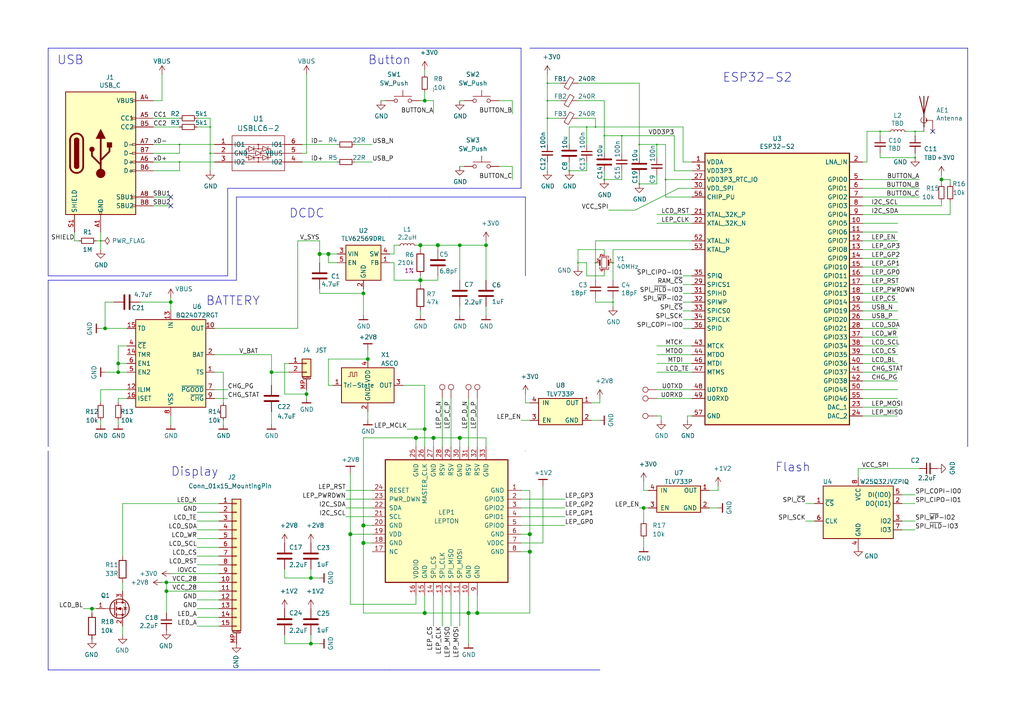
<source format=kicad_sch>
(kicad_sch (version 20230121) (generator eeschema)
  (paper "A4")
  (title_block (title "ESP32s2 Thermal Cam") (date "2020-12-29") (rev "r0.1") (company "GsD - @gregdavill"))
  (bus_alias "GPDI" (members "CK_N" "CK_P" "D0_N" "D0_P" "D1_N" "D1_P" "D2_N" "D2_P"))
  (junction (at 105.41 85.09) (diameter 0.9144))
  (junction (at 153.67 160.02) (diameter 1.016))
  (junction (at 185.42 53.34) (diameter 0.3048))
  (junction (at 133.35 127) (diameter 1.016))
  (junction (at 185.42 41.91) (diameter 0.3048))
  (junction (at 177.8 87.63) (diameter 0.3048))
  (junction (at 265.43 38.1) (diameter 0.3048))
  (junction (at 135.89 177.8) (diameter 1.016))
  (junction (at 121.92 71.12) (diameter 1))
  (junction (at 138.43 177.8) (diameter 1.016))
  (junction (at 48.26 171.45) (diameter 0.9144))
  (junction (at 60.96 36.83) (diameter 0.3048))
  (junction (at 34.29 107.95) (diameter 0.9144))
  (junction (at 167.64 76.2) (diameter 0.3048))
  (junction (at 52.07 46.99) (diameter 0.3048))
  (junction (at 172.72 36.83) (diameter 0.3048))
  (junction (at 120.65 127) (diameter 1.016))
  (junction (at 123.19 124.46) (diameter 0.9144))
  (junction (at 153.67 154.94) (diameter 1.016))
  (junction (at 105.41 152.4) (diameter 1.016))
  (junction (at 48.26 168.91) (diameter 0.9144))
  (junction (at 106.68 104.14) (diameter 0.9144))
  (junction (at 90.17 167.64) (diameter 0.9144))
  (junction (at 172.72 76.2) (diameter 0.3048))
  (junction (at 273.05 52.07) (diameter 0.9144))
  (junction (at 158.75 29.21) (diameter 0.3048))
  (junction (at 158.75 24.13) (diameter 0.3048))
  (junction (at 34.29 105.41) (diameter 0.9144))
  (junction (at 175.26 39.37) (diameter 0.3048))
  (junction (at 140.97 71.12) (diameter 0.9144))
  (junction (at 186.69 147.32) (diameter 0.9144))
  (junction (at 78.74 107.95) (diameter 0.9144))
  (junction (at 52.07 41.91) (diameter 0.3048))
  (junction (at 121.92 81.28) (diameter 1.016))
  (junction (at 177.8 76.2) (diameter 0.3048))
  (junction (at 123.19 177.8) (diameter 1.016))
  (junction (at 190.5 41.91) (diameter 0.3048))
  (junction (at 175.26 52.07) (diameter 0.3048))
  (junction (at 170.18 36.83) (diameter 0.3048))
  (junction (at 255.27 38.1) (diameter 0.3048))
  (junction (at 101.6 154.94) (diameter 1.016))
  (junction (at 105.41 157.48) (diameter 1.016))
  (junction (at 165.1 49.53) (diameter 0.3048))
  (junction (at 158.75 34.29) (diameter 0.3048))
  (junction (at 26.67 176.53) (diameter 0.9144))
  (junction (at 49.53 87.63) (diameter 0.9144))
  (junction (at 88.9 114.3) (diameter 0.9144))
  (junction (at 133.35 71.12) (diameter 0.9144))
  (junction (at 90.17 186.69) (diameter 0.9144))
  (junction (at 60.96 44.45) (diameter 0.3048))
  (junction (at 193.04 52.07) (diameter 0.3048))
  (junction (at 29.21 69.85) (diameter 0.3048))
  (junction (at 92.71 73.66) (diameter 1.016))
  (junction (at 180.34 39.37) (diameter 0.3048))
  (junction (at 30.48 95.25) (diameter 0.9144))
  (junction (at 123.19 29.21) (diameter 0.9144))
  (junction (at 265.43 45.72) (diameter 0.3048))
  (junction (at 125.73 127) (diameter 1.016))
  (junction (at 95.25 73.66) (diameter 1.016))
  (junction (at 127 71.12) (diameter 1))
  (no_connect (at 49.53 59.69))
  (no_connect (at 49.53 57.15))
  (no_connect (at 270.51 38.1))
  (wire (pts (xy 62.23 115.57) (xy 66.04 115.57)))
  (wire (pts (xy 248.92 135.89) (xy 248.92 138.43)))
  (wire (pts (xy 261.62 143.51) (xy 265.43 143.51)))
  (wire (pts (xy 250.19 85.09) (xy 260.35 85.09)))
  (wire (pts (xy 90.17 165.1) (xy 90.17 167.64)))
  (wire (pts (xy 255.27 45.72) (xy 265.43 45.72)))
  (wire (pts (xy 177.8 87.63) (xy 177.8 86.36)))
  (polyline (pts (xy 113.03 57.15) (xy 68.58 57.15)) (stroke (width 0) (type solid)))
  (wire (pts (xy 273.05 52.07) (xy 275.59 52.07)))
  (wire (pts (xy 193.04 57.15) (xy 200.66 57.15)))
  (wire (pts (xy 158.75 24.13) (xy 158.75 29.21)))
  (wire (pts (xy 198.12 46.99) (xy 198.12 36.83)))
  (wire (pts (xy 190.5 115.57) (xy 200.66 115.57)))
  (wire (pts (xy 140.97 129.54) (xy 140.97 127)))
  (wire (pts (xy 250.19 82.55) (xy 260.35 82.55)))
  (wire (pts (xy 123.19 111.76) (xy 116.84 111.76)))
  (wire (pts (xy 158.75 21.59) (xy 158.75 24.13)))
  (wire (pts (xy 127 71.12) (xy 133.35 71.12)))
  (wire (pts (xy 29.21 121.92) (xy 29.21 123.19)))
  (wire (pts (xy 57.15 176.53) (xy 63.5 176.53)))
  (wire (pts (xy 26.67 176.53) (xy 27.94 176.53)))
  (wire (pts (xy 250.19 95.25) (xy 260.35 95.25)))
  (wire (pts (xy 120.65 172.72) (xy 120.65 175.26)))
  (wire (pts (xy 185.42 45.72) (xy 185.42 41.91)))
  (wire (pts (xy 100.33 147.32) (xy 107.95 147.32)))
  (wire (pts (xy 111.76 29.21) (xy 110.49 29.21)))
  (wire (pts (xy 114.3 81.28) (xy 114.3 76.2)))
  (wire (pts (xy 151.13 149.86) (xy 163.83 149.86)))
  (wire (pts (xy 107.95 152.4) (xy 105.41 152.4)))
  (wire (pts (xy 57.15 36.83) (xy 60.96 36.83)))
  (wire (pts (xy 250.19 102.87) (xy 260.35 102.87)))
  (wire (pts (xy 95.25 73.66) (xy 97.79 73.66)))
  (wire (pts (xy 167.64 34.29) (xy 172.72 34.29)))
  (wire (pts (xy 138.43 177.8) (xy 135.89 177.8)))
  (wire (pts (xy 205.74 147.32) (xy 208.28 147.32)))
  (wire (pts (xy 121.92 81.28) (xy 114.3 81.28)))
  (wire (pts (xy 193.04 41.91) (xy 190.5 41.91)))
  (wire (pts (xy 34.29 105.41) (xy 34.29 107.95)))
  (wire (pts (xy 121.92 90.17) (xy 121.92 91.44)))
  (wire (pts (xy 248.92 135.89) (xy 266.7 135.89)))
  (wire (pts (xy 82.55 165.1) (xy 82.55 167.64)))
  (wire (pts (xy 128.27 115.57) (xy 128.27 129.54)))
  (wire (pts (xy 170.18 46.99) (xy 170.18 49.53)))
  (wire (pts (xy 140.97 71.12) (xy 140.97 81.28)))
  (wire (pts (xy 172.72 34.29) (xy 172.72 36.83)))
  (wire (pts (xy 83.82 107.95) (xy 78.74 107.95)))
  (wire (pts (xy 125.73 172.72) (xy 125.73 181.61)))
  (wire (pts (xy 200.66 64.77) (xy 190.5 64.77)))
  (wire (pts (xy 120.65 127) (xy 125.73 127)))
  (polyline (pts (xy 13.97 81.28) (xy 13.97 129.54)) (stroke (width 0) (type solid)))
  (wire (pts (xy 123.19 26.67) (xy 123.19 29.21)))
  (wire (pts (xy 250.19 110.49) (xy 260.35 110.49)))
  (wire (pts (xy 34.29 121.92) (xy 34.29 123.19)))
  (wire (pts (xy 250.19 87.63) (xy 260.35 87.63)))
  (wire (pts (xy 175.26 44.45) (xy 175.26 39.37)))
  (wire (pts (xy 250.19 57.15) (xy 266.7 57.15)))
  (wire (pts (xy 144.78 48.26) (xy 148.59 48.26)))
  (wire (pts (xy 78.74 119.38) (xy 78.74 123.19)))
  (wire (pts (xy 170.18 36.83) (xy 170.18 41.91)))
  (wire (pts (xy 46.99 29.21) (xy 46.99 21.59)))
  (wire (pts (xy 185.42 24.13) (xy 185.42 41.91)))
  (wire (pts (xy 165.1 49.53) (xy 170.18 49.53)))
  (wire (pts (xy 250.19 113.03) (xy 260.35 113.03)))
  (polyline (pts (xy 113.03 194.31) (xy 173.99 194.31)) (stroke (width 0) (type solid)))
  (wire (pts (xy 105.41 83.82) (xy 105.41 85.09)))
  (wire (pts (xy 92.71 69.85) (xy 92.71 73.66)))
  (wire (pts (xy 250.19 118.11) (xy 260.35 118.11)))
  (wire (pts (xy 29.21 113.03) (xy 29.21 116.84)))
  (wire (pts (xy 251.46 46.99) (xy 251.46 38.1)))
  (wire (pts (xy 92.71 85.09) (xy 105.41 85.09)))
  (wire (pts (xy 60.96 36.83) (xy 60.96 44.45)))
  (wire (pts (xy 193.04 52.07) (xy 193.04 41.91)))
  (wire (pts (xy 107.95 157.48) (xy 105.41 157.48)))
  (polyline (pts (xy 152.4 130.81) (xy 152.4 130.81)) (stroke (width 0) (type solid)))
  (wire (pts (xy 148.59 48.26) (xy 148.59 52.07)))
  (polyline (pts (xy 13.97 80.01) (xy 13.97 13.97)) (stroke (width 0) (type solid)))
  (wire (pts (xy 138.43 172.72) (xy 138.43 177.8)))
  (wire (pts (xy 190.5 50.8) (xy 190.5 53.34)))
  (wire (pts (xy 120.65 175.26) (xy 101.6 175.26)))
  (wire (pts (xy 78.74 107.95) (xy 78.74 102.87)))
  (wire (pts (xy 102.87 41.91) (xy 107.95 41.91)))
  (wire (pts (xy 151.13 157.48) (xy 157.48 157.48)))
  (wire (pts (xy 92.71 73.66) (xy 95.25 73.66)))
  (wire (pts (xy 138.43 115.57) (xy 138.43 129.54)))
  (polyline (pts (xy 280.67 13.97) (xy 280.67 129.54)) (stroke (width 0) (type solid)))
  (wire (pts (xy 158.75 29.21) (xy 162.56 29.21)))
  (wire (pts (xy 90.17 167.64) (xy 92.71 167.64)))
  (wire (pts (xy 88.9 115.57) (xy 88.9 114.3)))
  (wire (pts (xy 30.48 87.63) (xy 30.48 95.25)))
  (wire (pts (xy 90.17 186.69) (xy 92.71 186.69)))
  (wire (pts (xy 167.64 72.39) (xy 175.26 72.39)))
  (wire (pts (xy 87.63 46.99) (xy 97.79 46.99)))
  (wire (pts (xy 190.5 113.03) (xy 200.66 113.03)))
  (wire (pts (xy 106.68 119.38) (xy 106.68 121.92)))
  (wire (pts (xy 233.68 151.13) (xy 236.22 151.13)))
  (wire (pts (xy 186.69 139.7) (xy 186.69 142.24)))
  (wire (pts (xy 177.8 87.63) (xy 177.8 88.9)))
  (wire (pts (xy 127 80.01) (xy 127 81.28)))
  (wire (pts (xy 127 71.12) (xy 127 72.39)))
  (wire (pts (xy 167.64 77.47) (xy 167.64 76.2)))
  (wire (pts (xy 275.59 58.42) (xy 275.59 62.23)))
  (wire (pts (xy 30.48 95.25) (xy 36.83 95.25)))
  (wire (pts (xy 140.97 127) (xy 133.35 127)))
  (wire (pts (xy 96.52 111.76) (xy 95.25 111.76)))
  (wire (pts (xy 40.64 87.63) (xy 49.53 87.63)))
  (wire (pts (xy 120.65 71.12) (xy 121.92 71.12)))
  (wire (pts (xy 36.83 100.33) (xy 34.29 100.33)))
  (wire (pts (xy 195.58 49.53) (xy 195.58 39.37)))
  (wire (pts (xy 157.48 157.48) (xy 157.48 140.97)))
  (wire (pts (xy 186.69 147.32) (xy 187.96 147.32)))
  (wire (pts (xy 190.5 41.91) (xy 190.5 45.72)))
  (wire (pts (xy 190.5 102.87) (xy 200.66 102.87)))
  (wire (pts (xy 205.74 142.24) (xy 208.28 142.24)))
  (wire (pts (xy 273.05 50.8) (xy 273.05 52.07)))
  (wire (pts (xy 250.19 72.39) (xy 260.35 72.39)))
  (wire (pts (xy 167.64 29.21) (xy 175.26 29.21)))
  (wire (pts (xy 199.39 121.92) (xy 199.39 120.65)))
  (wire (pts (xy 135.89 172.72) (xy 135.89 177.8)))
  (wire (pts (xy 170.18 80.01) (xy 170.18 76.2)))
  (wire (pts (xy 33.02 87.63) (xy 30.48 87.63)))
  (wire (pts (xy 57.15 163.83) (xy 63.5 163.83)))
  (polyline (pts (xy 113.03 194.31) (xy 13.97 194.31)) (stroke (width 0) (type solid)))
  (wire (pts (xy 52.07 49.53) (xy 52.07 46.99)))
  (wire (pts (xy 167.64 76.2) (xy 167.64 72.39)))
  (wire (pts (xy 44.45 34.29) (xy 52.07 34.29)))
  (wire (pts (xy 195.58 39.37) (xy 180.34 39.37)))
  (wire (pts (xy 92.71 73.66) (xy 92.71 76.2)))
  (wire (pts (xy 255.27 39.37) (xy 255.27 38.1)))
  (wire (pts (xy 144.78 29.21) (xy 148.59 29.21)))
  (wire (pts (xy 200.66 90.17) (xy 198.12 90.17)))
  (wire (pts (xy 172.72 86.36) (xy 172.72 87.63)))
  (wire (pts (xy 88.9 44.45) (xy 88.9 21.59)))
  (wire (pts (xy 152.4 114.3) (xy 152.4 116.84)))
  (wire (pts (xy 52.07 41.91) (xy 62.23 41.91)))
  (wire (pts (xy 200.66 62.23) (xy 190.5 62.23)))
  (wire (pts (xy 49.53 86.36) (xy 49.53 87.63)))
  (wire (pts (xy 176.53 60.96) (xy 184.15 60.96)))
  (wire (pts (xy 250.19 46.99) (xy 251.46 46.99)))
  (wire (pts (xy 35.56 161.29) (xy 35.56 146.05)))
  (wire (pts (xy 172.72 87.63) (xy 177.8 87.63)))
  (wire (pts (xy 250.19 92.71) (xy 260.35 92.71)))
  (wire (pts (xy 158.75 24.13) (xy 162.56 24.13)))
  (polyline (pts (xy 66.04 54.61) (xy 66.04 80.01)) (stroke (width 0) (type solid)))
  (wire (pts (xy 170.18 36.83) (xy 172.72 36.83)))
  (wire (pts (xy 101.6 154.94) (xy 101.6 137.16)))
  (wire (pts (xy 60.96 34.29) (xy 60.96 36.83)))
  (wire (pts (xy 191.77 120.65) (xy 191.77 121.92)))
  (wire (pts (xy 87.63 44.45) (xy 88.9 44.45)))
  (wire (pts (xy 177.8 72.39) (xy 177.8 76.2)))
  (wire (pts (xy 199.39 120.65) (xy 200.66 120.65)))
  (wire (pts (xy 250.19 80.01) (xy 260.35 80.01)))
  (wire (pts (xy 193.04 57.15) (xy 193.04 52.07)))
  (wire (pts (xy 184.15 60.96) (xy 196.85 54.61)))
  (wire (pts (xy 44.45 44.45) (xy 52.07 44.45)))
  (wire (pts (xy 92.71 83.82) (xy 92.71 85.09)))
  (wire (pts (xy 27.94 69.85) (xy 29.21 69.85)))
  (wire (pts (xy 123.19 177.8) (xy 123.19 172.72)))
  (wire (pts (xy 265.43 38.1) (xy 267.97 38.1)))
  (wire (pts (xy 153.67 154.94) (xy 153.67 160.02)))
  (wire (pts (xy 44.45 57.15) (xy 49.53 57.15)))
  (wire (pts (xy 175.26 72.39) (xy 175.26 73.66)))
  (wire (pts (xy 34.29 107.95) (xy 36.83 107.95)))
  (wire (pts (xy 121.92 71.12) (xy 121.92 72.39)))
  (wire (pts (xy 62.23 113.03) (xy 66.04 113.03)))
  (wire (pts (xy 255.27 38.1) (xy 257.81 38.1)))
  (wire (pts (xy 90.17 184.15) (xy 90.17 186.69)))
  (wire (pts (xy 250.19 100.33) (xy 260.35 100.33)))
  (wire (pts (xy 123.19 124.46) (xy 123.19 111.76)))
  (wire (pts (xy 250.19 52.07) (xy 266.7 52.07)))
  (wire (pts (xy 133.35 71.12) (xy 140.97 71.12)))
  (wire (pts (xy 62.23 102.87) (xy 78.74 102.87)))
  (wire (pts (xy 57.15 173.99) (xy 63.5 173.99)))
  (wire (pts (xy 250.19 67.31) (xy 260.35 67.31)))
  (wire (pts (xy 151.13 121.92) (xy 153.67 121.92)))
  (wire (pts (xy 200.66 82.55) (xy 198.12 82.55)))
  (wire (pts (xy 250.19 97.79) (xy 260.35 97.79)))
  (wire (pts (xy 57.15 179.07) (xy 63.5 179.07)))
  (wire (pts (xy 82.55 105.41) (xy 82.55 114.3)))
  (wire (pts (xy 57.15 156.21) (xy 63.5 156.21)))
  (wire (pts (xy 200.66 95.25) (xy 198.12 95.25)))
  (wire (pts (xy 44.45 29.21) (xy 46.99 29.21)))
  (wire (pts (xy 175.26 29.21) (xy 175.26 39.37)))
  (wire (pts (xy 165.1 41.91) (xy 165.1 36.83)))
  (wire (pts (xy 172.72 69.85) (xy 200.66 69.85)))
  (wire (pts (xy 200.66 85.09) (xy 198.12 85.09)))
  (wire (pts (xy 251.46 38.1) (xy 255.27 38.1)))
  (wire (pts (xy 250.19 105.41) (xy 260.35 105.41)))
  (wire (pts (xy 52.07 46.99) (xy 62.23 46.99)))
  (wire (pts (xy 125.73 129.54) (xy 125.73 127)))
  (wire (pts (xy 172.72 81.28) (xy 172.72 76.2)))
  (wire (pts (xy 44.45 41.91) (xy 52.07 41.91)))
  (wire (pts (xy 125.73 127) (xy 133.35 127)))
  (polyline (pts (xy 13.97 81.28) (xy 68.58 81.28)) (stroke (width 0) (type solid)))
  (wire (pts (xy 265.43 44.45) (xy 265.43 45.72)))
  (wire (pts (xy 190.5 120.65) (xy 191.77 120.65)))
  (polyline (pts (xy 153.67 13.97) (xy 280.67 13.97)) (stroke (width 0) (type solid)))
  (wire (pts (xy 180.34 39.37) (xy 180.34 44.45)))
  (wire (pts (xy 170.18 76.2) (xy 167.64 76.2)))
  (wire (pts (xy 153.67 177.8) (xy 138.43 177.8)))
  (wire (pts (xy 250.19 90.17) (xy 260.35 90.17)))
  (wire (pts (xy 49.53 87.63) (xy 49.53 90.17)))
  (wire (pts (xy 82.55 167.64) (xy 90.17 167.64)))
  (wire (pts (xy 250.19 59.69) (xy 273.05 59.69)))
  (wire (pts (xy 57.15 153.67) (xy 63.5 153.67)))
  (wire (pts (xy 265.43 38.1) (xy 265.43 39.37)))
  (wire (pts (xy 100.33 144.78) (xy 107.95 144.78)))
  (wire (pts (xy 177.8 81.28) (xy 177.8 76.2)))
  (wire (pts (xy 114.3 76.2) (xy 113.03 76.2)))
  (wire (pts (xy 158.75 34.29) (xy 162.56 34.29)))
  (wire (pts (xy 250.19 77.47) (xy 260.35 77.47)))
  (wire (pts (xy 186.69 147.32) (xy 186.69 151.13)))
  (polyline (pts (xy 68.58 81.28) (xy 68.58 57.15)) (stroke (width 0) (type solid)))
  (wire (pts (xy 57.15 148.59) (xy 63.5 148.59)))
  (wire (pts (xy 86.36 69.85) (xy 86.36 95.25)))
  (wire (pts (xy 190.5 105.41) (xy 200.66 105.41)))
  (wire (pts (xy 95.25 104.14) (xy 106.68 104.14)))
  (wire (pts (xy 105.41 152.4) (xy 105.41 127)))
  (wire (pts (xy 175.26 52.07) (xy 180.34 52.07)))
  (wire (pts (xy 130.81 115.57) (xy 130.81 129.54)))
  (wire (pts (xy 48.26 171.45) (xy 48.26 177.8)))
  (wire (pts (xy 175.26 80.01) (xy 170.18 80.01)))
  (wire (pts (xy 130.81 172.72) (xy 130.81 181.61)))
  (wire (pts (xy 82.55 184.15) (xy 82.55 186.69)))
  (wire (pts (xy 133.35 88.9) (xy 133.35 91.44)))
  (polyline (pts (xy 13.97 13.97) (xy 151.13 13.97)) (stroke (width 0) (type solid)))
  (wire (pts (xy 105.41 152.4) (xy 105.41 157.48)))
  (wire (pts (xy 57.15 161.29) (xy 63.5 161.29)))
  (wire (pts (xy 151.13 144.78) (xy 163.83 144.78)))
  (wire (pts (xy 123.19 129.54) (xy 123.19 124.46)))
  (wire (pts (xy 35.56 168.91) (xy 35.56 171.45)))
  (wire (pts (xy 128.27 172.72) (xy 128.27 181.61)))
  (wire (pts (xy 114.3 71.12) (xy 114.3 73.66)))
  (wire (pts (xy 86.36 69.85) (xy 92.71 69.85)))
  (wire (pts (xy 36.83 105.41) (xy 34.29 105.41)))
  (wire (pts (xy 175.26 78.74) (xy 175.26 80.01)))
  (wire (pts (xy 101.6 175.26) (xy 101.6 154.94)))
  (wire (pts (xy 135.89 115.57) (xy 135.89 129.54)))
  (wire (pts (xy 36.83 113.03) (xy 29.21 113.03)))
  (wire (pts (xy 57.15 158.75) (xy 63.5 158.75)))
  (wire (pts (xy 24.13 176.53) (xy 26.67 176.53)))
  (wire (pts (xy 261.62 153.67) (xy 265.43 153.67)))
  (wire (pts (xy 261.62 151.13) (xy 265.43 151.13)))
  (wire (pts (xy 190.5 107.95) (xy 200.66 107.95)))
  (wire (pts (xy 148.59 29.21) (xy 148.59 33.02)))
  (wire (pts (xy 134.62 29.21) (xy 133.35 29.21)))
  (wire (pts (xy 135.89 177.8) (xy 135.89 186.69)))
  (wire (pts (xy 44.45 36.83) (xy 52.07 36.83)))
  (wire (pts (xy 44.45 49.53) (xy 52.07 49.53)))
  (wire (pts (xy 114.3 71.12) (xy 115.57 71.12)))
  (wire (pts (xy 158.75 29.21) (xy 158.75 34.29)))
  (wire (pts (xy 64.77 121.92) (xy 64.77 123.19)))
  (wire (pts (xy 133.35 71.12) (xy 133.35 81.28)))
  (wire (pts (xy 105.41 127) (xy 120.65 127)))
  (wire (pts (xy 158.75 34.29) (xy 158.75 41.91)))
  (wire (pts (xy 44.45 59.69) (xy 49.53 59.69)))
  (wire (pts (xy 52.07 44.45) (xy 52.07 41.91)))
  (wire (pts (xy 171.45 121.92) (xy 173.99 121.92)))
  (wire (pts (xy 151.13 142.24) (xy 153.67 142.24)))
  (wire (pts (xy 121.92 71.12) (xy 127 71.12)))
  (wire (pts (xy 64.77 107.95) (xy 62.23 107.95)))
  (wire (pts (xy 125.73 29.21) (xy 125.73 33.02)))
  (wire (pts (xy 200.66 80.01) (xy 198.12 80.01)))
  (polyline (pts (xy 13.97 194.31) (xy 13.97 130.81)) (stroke (width 0) (type solid)))
  (wire (pts (xy 49.53 120.65) (xy 49.53 123.19)))
  (wire (pts (xy 273.05 59.69) (xy 273.05 58.42)))
  (wire (pts (xy 29.21 69.85) (xy 29.21 72.39)))
  (wire (pts (xy 198.12 36.83) (xy 172.72 36.83)))
  (wire (pts (xy 175.26 39.37) (xy 180.34 39.37)))
  (wire (pts (xy 60.96 44.45) (xy 60.96 49.53)))
  (wire (pts (xy 208.28 142.24) (xy 208.28 140.97)))
  (wire (pts (xy 26.67 176.53) (xy 26.67 177.8)))
  (wire (pts (xy 102.87 46.99) (xy 107.95 46.99)))
  (wire (pts (xy 134.62 48.26) (xy 133.35 48.26)))
  (wire (pts (xy 153.67 116.84) (xy 152.4 116.84)))
  (wire (pts (xy 273.05 52.07) (xy 273.05 53.34)))
  (wire (pts (xy 30.48 107.95) (xy 34.29 107.95)))
  (wire (pts (xy 261.62 146.05) (xy 265.43 146.05)))
  (wire (pts (xy 186.69 156.21) (xy 186.69 158.75)))
  (wire (pts (xy 195.58 49.53) (xy 200.66 49.53)))
  (wire (pts (xy 114.3 73.66) (xy 113.03 73.66)))
  (wire (pts (xy 46.99 168.91) (xy 48.26 168.91)))
  (wire (pts (xy 95.25 76.2) (xy 95.25 73.66)))
  (wire (pts (xy 87.63 41.91) (xy 97.79 41.91)))
  (wire (pts (xy 187.96 142.24) (xy 186.69 142.24)))
  (wire (pts (xy 185.42 41.91) (xy 190.5 41.91)))
  (wire (pts (xy 107.95 154.94) (xy 101.6 154.94)))
  (polyline (pts (xy 152.4 57.15) (xy 113.03 57.15)) (stroke (width 0) (type solid)))
  (wire (pts (xy 106.68 101.6) (xy 106.68 104.14)))
  (wire (pts (xy 177.8 72.39) (xy 200.66 72.39)))
  (wire (pts (xy 82.55 114.3) (xy 88.9 114.3)))
  (wire (pts (xy 57.15 181.61) (xy 63.5 181.61)))
  (wire (pts (xy 123.19 20.32) (xy 123.19 21.59)))
  (wire (pts (xy 153.67 160.02) (xy 153.67 177.8)))
  (wire (pts (xy 34.29 100.33) (xy 34.29 105.41)))
  (wire (pts (xy 250.19 107.95) (xy 260.35 107.95)))
  (wire (pts (xy 255.27 44.45) (xy 255.27 45.72)))
  (wire (pts (xy 171.45 116.84) (xy 173.99 116.84)))
  (wire (pts (xy 48.26 168.91) (xy 48.26 171.45)))
  (wire (pts (xy 123.19 29.21) (xy 125.73 29.21)))
  (wire (pts (xy 262.89 38.1) (xy 265.43 38.1)))
  (wire (pts (xy 21.59 67.31) (xy 21.59 69.85)))
  (wire (pts (xy 100.33 149.86) (xy 107.95 149.86)))
  (wire (pts (xy 57.15 34.29) (xy 60.96 34.29)))
  (wire (pts (xy 140.97 88.9) (xy 140.97 91.44)))
  (wire (pts (xy 185.42 147.32) (xy 186.69 147.32)))
  (wire (pts (xy 165.1 36.83) (xy 170.18 36.83)))
  (wire (pts (xy 151.13 147.32) (xy 163.83 147.32)))
  (wire (pts (xy 121.92 80.01) (xy 121.92 81.28)))
  (wire (pts (xy 64.77 116.84) (xy 64.77 107.95)))
  (wire (pts (xy 151.13 152.4) (xy 163.83 152.4)))
  (wire (pts (xy 57.15 151.13) (xy 63.5 151.13)))
  (wire (pts (xy 250.19 74.93) (xy 260.35 74.93)))
  (wire (pts (xy 158.75 49.53) (xy 158.75 46.99)))
  (wire (pts (xy 82.55 186.69) (xy 90.17 186.69)))
  (wire (pts (xy 250.19 115.57) (xy 260.35 115.57)))
  (wire (pts (xy 140.97 69.85) (xy 140.97 71.12)))
  (polyline (pts (xy 151.13 13.97) (xy 151.13 54.61)) (stroke (width 0) (type solid)))
  (wire (pts (xy 49.53 166.37) (xy 63.5 166.37)))
  (wire (pts (xy 165.1 46.99) (xy 165.1 49.53)))
  (wire (pts (xy 48.26 168.91) (xy 63.5 168.91)))
  (wire (pts (xy 100.33 142.24) (xy 107.95 142.24)))
  (wire (pts (xy 121.92 81.28) (xy 121.92 82.55)))
  (wire (pts (xy 151.13 160.02) (xy 153.67 160.02)))
  (wire (pts (xy 121.92 29.21) (xy 123.19 29.21)))
  (wire (pts (xy 200.66 92.71) (xy 198.12 92.71)))
  (wire (pts (xy 95.25 111.76) (xy 95.25 104.14)))
  (wire (pts (xy 120.65 129.54) (xy 120.65 127)))
  (wire (pts (xy 185.42 50.8) (xy 185.42 53.34)))
  (wire (pts (xy 233.68 146.05) (xy 236.22 146.05)))
  (wire (pts (xy 250.19 54.61) (xy 266.7 54.61)))
  (wire (pts (xy 88.9 114.3) (xy 88.9 113.03)))
  (wire (pts (xy 250.19 69.85) (xy 260.35 69.85)))
  (wire (pts (xy 83.82 105.41) (xy 82.55 105.41)))
  (wire (pts (xy 35.56 146.05) (xy 63.5 146.05)))
  (wire (pts (xy 172.72 76.2) (xy 172.72 69.85)))
  (wire (pts (xy 196.85 54.61) (xy 200.66 54.61)))
  (wire (pts (xy 185.42 53.34) (xy 190.5 53.34)))
  (wire (pts (xy 105.41 85.09) (xy 105.41 91.44)))
  (wire (pts (xy 62.23 95.25) (xy 86.36 95.25)))
  (polyline (pts (xy 152.4 80.01) (xy 152.4 57.15)) (stroke (width 0) (type solid)))
  (wire (pts (xy 275.59 52.07) (xy 275.59 53.34)))
  (wire (pts (xy 250.19 64.77) (xy 260.35 64.77)))
  (wire (pts (xy 153.67 142.24) (xy 153.67 154.94)))
  (wire (pts (xy 173.99 116.84) (xy 173.99 115.57)))
  (wire (pts (xy 190.5 100.33) (xy 200.66 100.33)))
  (wire (pts (xy 35.56 181.61) (xy 35.56 184.15)))
  (wire (pts (xy 175.26 49.53) (xy 175.26 52.07)))
  (wire (pts (xy 151.13 154.94) (xy 153.67 154.94)))
  (wire (pts (xy 29.21 95.25) (xy 30.48 95.25)))
  (wire (pts (xy 105.41 177.8) (xy 123.19 177.8)))
  (wire (pts (xy 48.26 171.45) (xy 63.5 171.45)))
  (wire (pts (xy 34.29 115.57) (xy 34.29 116.84)))
  (wire (pts (xy 123.19 177.8) (xy 135.89 177.8)))
  (wire (pts (xy 118.11 124.46) (xy 123.19 124.46)))
  (wire (pts (xy 29.21 69.85) (xy 29.21 67.31)))
  (polyline (pts (xy 66.04 80.01) (xy 13.97 80.01)) (stroke (width 0) (type solid)))
  (wire (pts (xy 200.66 52.07) (xy 193.04 52.07)))
  (wire (pts (xy 200.66 87.63) (xy 198.12 87.63)))
  (wire (pts (xy 127 81.28) (xy 121.92 81.28)))
  (wire (pts (xy 250.19 62.23) (xy 275.59 62.23)))
  (wire (pts (xy 97.79 76.2) (xy 95.25 76.2)))
  (wire (pts (xy 180.34 49.53) (xy 180.34 52.07)))
  (wire (pts (xy 62.23 44.45) (xy 60.96 44.45)))
  (wire (pts (xy 200.66 46.99) (xy 198.12 46.99)))
  (wire (pts (xy 21.59 69.85) (xy 22.86 69.85)))
  (wire (pts (xy 105.41 157.48) (xy 105.41 177.8)))
  (wire (pts (xy 36.83 115.57) (xy 34.29 115.57)))
  (wire (pts (xy 250.19 120.65) (xy 260.35 120.65)))
  (wire (pts (xy 167.64 24.13) (xy 185.42 24.13)))
  (polyline (pts (xy 151.13 54.61) (xy 66.04 54.61)) (stroke (width 0) (type solid)))
  (wire (pts (xy 44.45 46.99) (xy 52.07 46.99)))
  (wire (pts (xy 78.74 107.95) (xy 78.74 111.76)))
  (wire (pts (xy 133.35 127) (xy 133.35 129.54)))
  (wire (pts (xy 133.35 172.72) (xy 133.35 181.61)))
  (wire (pts (xy 125.73 25.4) (xy 125.73 26.67)))
  (text "Button" (at 106.68 19.05 0) (effects (font (size 2.54 2.54)) (justify left bottom)))
  (text "Flash" (at 224.79 137.16 0) (effects (font (size 2.54 2.54)) (justify left bottom)))
  (text "Display" (at 49.53 138.43 0) (effects (font (size 2.54 2.54)) (justify left bottom)))
  (text "USB" (at 16.51 19.05 0) (effects (font (size 2.54 2.54)) (justify left bottom)))
  (text "BATTERY" (at 59.69 88.9 0) (effects (font (size 2.54 2.54)) (justify left bottom)))
  (text "ESP32-S2\n" (at 209.55 24.13 0) (effects (font (size 2.54 2.54)) (justify left bottom)))
  (text "DCDC" (at 83.82 63.5 0) (effects (font (size 2.54 2.54)) (justify left bottom)))
  (label "VDD3P3" (at 195.58 39.37 180))
  (label "LCD_WR" (at 57.15 156.21 180))
  (label "CHG_STAT" (at 66.04 115.57 0))
  (label "LCD_RST" (at 191.77 62.23 0))
  (label "V_SYS" (at 92.71 69.85 180))
  (label "LEP_GP0" (at 163.83 152.4 0))
  (label "LEP_EN" (at 252.73 69.85 0))
  (label "VCC_SPI" (at 257.81 135.89 180))
  (label "LEP_GP3" (at 252.73 72.39 0))
  (label "MTCK" (at 198.12 100.33 180))
  (label "I2C_SCL" (at 100.33 149.86 180))
  (label "LED_A" (at 57.15 181.61 180))
  (label "SPI_~{WP}-IO2" (at 265.43 151.13 0))
  (label "LEP_MOSI" (at 252.73 118.11 0))
  (label "BUTTON_C" (at 266.7 57.15 180))
  (label "LEP_C_P" (at 130.81 124.46 90))
  (label "GND" (at 57.15 148.59 180))
  (label "LCD_BL" (at 24.13 176.53 180))
  (label "SBU2" (at 49.53 59.69 180))
  (label "LED_K" (at 57.15 146.05 180))
  (label "iD+" (at 90.17 46.99 0))
  (label "SPI_COPI-IO0" (at 198.12 95.25 180))
  (label "SPI_COPI-IO0" (at 265.43 143.51 0))
  (label "LCD_TE" (at 193.04 107.95 0))
  (label "LCD_SCL" (at 57.15 158.75 180))
  (label "LEP_EN" (at 151.13 121.92 180))
  (label "SPI_~{HLD}-IO3" (at 198.12 85.09 180))
  (label "GND" (at 57.15 173.99 180))
  (label "MTDO" (at 198.12 102.87 180))
  (label "LEP_GP1" (at 163.83 149.86 0))
  (label "BUTTON_B" (at 266.7 54.61 180))
  (label "LCD_WR" (at 252.73 97.79 0))
  (label "BUTTON_C" (at 148.59 52.07 180))
  (label "LEP_PWRDWN" (at 100.33 144.78 180))
  (label "LCD_RST" (at 57.15 163.83 180))
  (label "LEP_RST" (at 252.73 82.55 0))
  (label "LEP_CLK" (at 128.27 181.61 270))
  (label "USB_P" (at 107.95 46.99 0))
  (label "CHG_PG" (at 252.73 110.49 0))
  (label "LEP_GP1" (at 252.73 77.47 0))
  (label "LEP_RST" (at 100.33 142.24 180))
  (label "U0TXD" (at 198.12 113.03 180))
  (label "SPI_SCK" (at 198.12 92.71 180))
  (label "IOVCC" (at 57.15 166.37 180))
  (label "LEP_GP0" (at 252.73 80.01 0))
  (label "I2C_SDA" (at 252.73 62.23 0))
  (label "iD-" (at 90.17 41.91 0))
  (label "LCD_TE" (at 57.15 151.13 180))
  (label "LEP_GP3" (at 163.83 144.78 0))
  (label "I2C_SDA" (at 100.33 147.32 180))
  (label "LEP_CLK" (at 191.77 64.77 0))
  (label "SPI_~{CS}" (at 233.68 146.05 180))
  (label "BUTTON_A" (at 125.73 33.02 180))
  (label "LEP_C_N" (at 128.27 124.46 90))
  (label "LCD_SCL" (at 252.73 100.33 0))
  (label "LEP_MCLK" (at 118.11 124.46 180))
  (label "LCD_SDA" (at 252.73 95.25 0))
  (label "VCC_28" (at 57.15 168.91 180))
  (label "LCD_CS" (at 57.15 161.29 180))
  (label "BUTTON_B" (at 148.59 33.02 180))
  (label "LEP_MISO" (at 252.73 120.65 0))
  (label "SHIELD" (at 21.59 69.85 180))
  (label "SBU1" (at 49.53 57.15 180))
  (label "xD+" (at 44.45 46.99 0))
  (label "LEP_EN" (at 185.42 147.32 180))
  (label "xD-" (at 44.45 41.91 0))
  (label "LEP_MOSI" (at 133.35 181.61 270))
  (label "SPI_~{CS}" (at 198.12 90.17 180))
  (label "USB_P" (at 252.73 92.71 0))
  (label "LEP_D_P" (at 138.43 124.46 90))
  (label "LEP_CS" (at 125.73 181.61 270))
  (label "SPI_SCK" (at 233.68 151.13 180))
  (label "GND" (at 57.15 176.53 180))
  (label "BUTTON_A" (at 266.7 52.07 180))
  (label "SPI_~{HLD}-IO3" (at 265.43 153.67 0))
  (label "LEP_PWRDWN" (at 252.73 85.09 0))
  (label "LCD_BL" (at 252.73 105.41 0))
  (label "USB_N" (at 107.95 41.91 0))
  (label "LED_A" (at 57.15 179.07 180))
  (label "SPI_~{WP}-IO2" (at 198.12 87.63 180))
  (label "SPI_CIPO-IO1" (at 265.43 146.05 0))
  (label "RAM_~{CS}" (at 198.12 82.55 180))
  (label "LCD_CS" (at 252.73 102.87 0))
  (label "LEP_GP2" (at 252.73 74.93 0))
  (label "LEP_GP2" (at 163.83 147.32 0))
  (label "CC2" (at 44.45 36.83 0))
  (label "LCD_SDA" (at 57.15 153.67 180))
  (label "LEP_D_N" (at 135.89 124.46 90))
  (label "LEP_MISO" (at 130.81 181.61 270))
  (label "U0RXD" (at 198.12 115.57 180))
  (label "CHG_PG" (at 66.04 113.03 0))
  (label "LEP_CS" (at 252.73 87.63 0))
  (label "CHG_STAT" (at 252.73 107.95 0))
  (label "V_BAT" (at 74.93 102.87 180))
  (label "SPI_CIPO-IO1" (at 198.12 80.01 180))
  (label "I2C_SCL" (at 252.73 59.69 0))
  (label "USB_N" (at 252.73 90.17 0))
  (label "VCC_28" (at 57.15 171.45 180))
  (label "CC1" (at 44.45 34.29 0))
  (label "VCC_SPI" (at 176.53 60.96 180))
  (label "MTDI" (at 198.12 105.41 180))
  (symbol (lib_id "Oscillator:ASCO") (at 106.68 111.76 0) (unit 1)
    (property "Reference" "X1" (at 110.49 102.87 0) (effects (justify left)))
    (property "Value" "ASCO" (at 110.49 105.41 0) (effects (justify left)))
    (property "Footprint" "Oscillator:Oscillator_SMD_Abracon_ASCO-4Pin_1.6x1.2mm" (effects hide))
    (property "Datasheet" "https://abracon.com/Oscillators/ASCO.pdf" (effects hide))
  )
  (symbol (lib_id "icebreaker-bitsy-rescue:pkl_C_Small-pkl_device") (at 158.75 44.45 0) (mirror y) (unit 1)
    (property "Reference" "C12" (at 157.48 49.53 90) (effects (justify left)))
    (property "Value" "100n" (at 157.48 43.18 90) (effects (justify left)))
    (property "Footprint" "Capacitor_SMD:C_0402_1005Metric" (effects hide))
    (property "Mfg" "Yageo" (effects hide))
    (property "PN" "CC0402ZRY5V7BB104" (effects hide))
  )
  (symbol (lib_id "Memory_Flash:W25Q32JVSS") (at 248.92 148.59 0) (unit 1)
    (property "Reference" "U4" (at 240.03 139.7 0))
    (property "Value" "W25Q32JVZPIQ" (at 256.54 139.7 0))
    (property "Footprint" "Package_SON:WSON-8-1EP_6x5mm_P1.27mm_EP3.4x4mm" (effects hide))
    (property "Datasheet" "http://www.winbond.com/resource-files/w25q32jv%20revg%2003272018%20plus.pdf" (effects hide))
    (property "Mfg" "Winbond Electronics" (effects hide))
    (property "PN" "W25Q32JVZPIQ" (effects hide))
  )
  (symbol (lib_name "Device:L_Small_1") (lib_id "Device:L_Small") (at 260.35 38.1 90) (unit 1)
    (property "Reference" "L2" (at 260.35 33.5088 90))
    (property "Value" "TBD" (at 260.35 35.8075 90))
    (property "Footprint" "Inductor_SMD:L_0402_1005Metric" (effects hide))
  )
  (symbol (lib_id "icebreaker-bitsy-rescue:pkl_R_Small-pkl_device") (at 273.05 55.88 180) (unit 1)
    (property "Reference" "R15" (at 270.51 54.61 0))
    (property "Value" "10k" (at 269.24 57.15 0))
    (property "Footprint" "Resistor_SMD:R_0402_1005Metric" (effects hide))
    (property "Mfg" "Yageo" (effects hide))
    (property "PN" "RC0402FR-0710KL" (effects hide))
  )
  (symbol (lib_id "Device:C") (at 140.97 85.09 0) (mirror y) (unit 1)
    (property "Reference" "C6" (at 142.621 82.677 0) (effects (justify right)))
    (property "Value" "1uF" (at 142.621 87.503 0) (effects (justify right)))
    (property "Footprint" "Capacitor_SMD:C_0402_1005Metric" (effects hide))
    (property "Mfg" "Yageo" (effects hide))
    (property "PN" "CC0402KRX5R6BB105" (effects hide))
  )
  (symbol (lib_id "power:GND") (at 133.35 29.21 0) (unit 1)
    (property "Reference" "#PWR03" (effects hide))
    (property "Value" "GND" (at 133.477 33.6804 0))
  )
  (symbol (lib_id "Connector:USB_C_Receptacle_USB2.0") (at 29.21 44.45 0) (unit 1)
    (property "Reference" "J1" (at 31.9278 22.4282 0))
    (property "Value" "USB_C" (at 31.9278 24.7396 0))
    (property "Footprint" "pkl_connectors:USB_C_Receptacle_HRO_TYPE-C-31-M-12" (effects hide))
    (property "Datasheet" "https://www.usb.org/sites/default/files/documents/usb_type-c.zip" (effects hide))
    (property "Mfg" "GCT" (effects hide))
    (property "PN" "USB4105-GF-A" (effects hide))
  )
  (symbol (lib_id "power:+1V2") (at 208.28 140.97 0) (unit 1)
    (property "Reference" "#PWR0139" (effects hide))
    (property "Value" "+1V2" (at 209.55 135.89 0))
  )
  (symbol (lib_id "Device:Ferrite_Bead_Small") (at 165.1 34.29 90) (unit 1)
    (property "Reference" "FB3" (at 162.56 33.02 90))
    (property "Value" "240R" (at 170.18 33.02 90))
    (property "Footprint" "Inductor_SMD:L_0402_1005Metric" (effects hide))
    (property "Mfg" "Murata Electronics" (effects hide))
    (property "PN" "BLM15BC241SN1D" (effects hide))
  )
  (symbol (lib_id "Device:Crystal_GND24_Small") (at 175.26 76.2 180) (unit 1)
    (property "Reference" "Y1" (at 178.8161 75.0506 0) (effects (justify right)))
    (property "Value" "40MHz" (at 178.8161 77.3493 0) (effects (justify right)))
    (property "Footprint" "led-clock:Crystal_SMD_4Pin_2.0x1.6mm" (effects hide))
    (property "Mfg" "TKD" (effects hide))
    (property "PN" "SX20Y040000BC1T" (effects hide))
  )
  (symbol (lib_id "Connector:TestPoint") (at 190.5 113.03 90) (unit 1) (in_bom no)
    (property "Reference" "TP5" (effects hide))
    (property "Value" "TestPoint" (effects hide))
    (property "Footprint" "TestPoint:TestPoint_Pad_D1.5mm" (effects hide))
  )
  (symbol (lib_id "BosonAdapters:GND") (at 208.28 147.32 90) (unit 1)
    (property "Reference" "#PWR0136" (effects hide))
    (property "Value" "GND" (at 211.4804 147.2438 0))
  )
  (symbol (lib_id "power:+3V0") (at 158.75 21.59 0) (unit 1)
    (property "Reference" "#PWR0130" (effects hide))
    (property "Value" "+3V0" (at 160.02 16.51 0))
  )
  (symbol (lib_id "power:GND") (at 199.39 121.92 0) (unit 1)
    (property "Reference" "#PWR0107" (effects hide))
    (property "Value" "GND" (at 199.517 126.3904 0))
  )
  (symbol (lib_id "Switch:SW_Push") (at 139.7 29.21 0) (unit 1)
    (property "Reference" "SW2" (at 137.16 21.59 0))
    (property "Value" "SW_Push" (at 137.16 24.13 0))
    (property "Footprint" "gsd-footprints:EVQP4" (effects hide))
  )
  (symbol (lib_id "power:+3V0") (at 123.19 20.32 0) (unit 1)
    (property "Reference" "#PWR0122" (effects hide))
    (property "Value" "+3V0" (at 124.46 15.24 0))
  )
  (symbol (lib_id "power:GND") (at 158.75 49.53 0) (unit 1)
    (property "Reference" "#PWR0118" (effects hide))
    (property "Value" "GND" (at 158.877 54.0004 0))
  )
  (symbol (lib_id "gkl_power:GND") (at 105.41 91.44 0) (unit 1)
    (property "Reference" "#PWR0112" (effects hide))
    (property "Value" "GND" (at 105.4862 94.6404 0))
  )
  (symbol (lib_id "power:PWR_FLAG") (at 29.21 69.85 270) (unit 1)
    (property "Reference" "#FLG0101" (effects hide))
    (property "Value" "PWR_FLAG" (at 32.4612 69.85 90) (effects (justify left)))
  )
  (symbol (lib_id "gkl_power:GND") (at 34.29 123.19 0) (unit 1)
    (property "Reference" "#PWR0120" (effects hide))
    (property "Value" "GND" (at 34.3662 126.3904 0))
  )
  (symbol (lib_id "power:+3V0") (at 140.97 69.85 0) (unit 1)
    (property "Reference" "#PWR0123" (effects hide))
    (property "Value" "+3V0" (at 142.24 64.77 0))
  )
  (symbol (lib_id "BosonAdapters:+2V8") (at 106.68 101.6 0) (unit 1)
    (property "Reference" "#PWR0102" (effects hide))
    (property "Value" "+2V8" (at 106.7562 97.7646 0))
  )
  (symbol (lib_id "power:+2V8") (at 46.99 168.91 90) (unit 1)
    (property "Reference" "#PWR0153" (effects hide))
    (property "Value" "+2V8" (at 43.18 168.91 90) (effects (justify left)))
  )
  (symbol (lib_id "Battery_Management:BQ24072RGT") (at 49.53 105.41 0) (unit 1)
    (property "Reference" "U6" (at 57.15 88.9 0))
    (property "Value" "BQ24072RGT" (at 57.15 91.44 0))
    (property "Footprint" "Package_DFN_QFN:VQFN-16-1EP_3x3mm_P0.5mm_EP1.6x1.6mm" (effects hide))
    (property "Datasheet" "http://www.ti.com/lit/ds/symlink/bq24072.pdf" (effects hide))
  )
  (symbol (lib_id "Connector:TestPoint") (at 190.5 115.57 90) (unit 1) (in_bom no)
    (property "Reference" "TP6" (effects hide))
    (property "Value" "TestPoint" (effects hide))
    (property "Footprint" "TestPoint:TestPoint_Pad_D1.5mm" (effects hide))
  )
  (symbol (lib_id "icebreaker-bitsy-rescue:pkl_R_Small-pkl_device") (at 54.61 34.29 270) (unit 1)
    (property "Reference" "R2" (at 50.8 33.02 90))
    (property "Value" "5k1" (at 58.42 33.02 90))
    (property "Footprint" "Resistor_SMD:R_0402_1005Metric" (effects hide))
    (property "Mfg" "Yageo" (effects hide))
    (property "PN" "RC0402FR-075K1L" (effects hide))
  )
  (symbol (lib_id "icebreaker-bitsy-rescue:pkl_R_Small-pkl_device") (at 64.77 119.38 180) (unit 1)
    (property "Reference" "R14" (at 62.23 119.38 0))
    (property "Value" "10k" (at 62.23 121.92 0))
    (property "Footprint" "Resistor_SMD:R_0402_1005Metric" (effects hide))
    (property "Mfg" "Yageo" (effects hide))
    (property "PN" "RC0402FR-0710KL" (effects hide))
  )
  (symbol (lib_id "power:GND") (at 35.56 184.15 0) (mirror y) (unit 1)
    (property "Reference" "#PWR0131" (effects hide))
    (property "Value" "GND" (at 35.433 188.6204 0))
  )
  (symbol (lib_id "icebreaker-bitsy-rescue:pkl_C_Small-pkl_device") (at 190.5 48.26 0) (mirror y) (unit 1)
    (property "Reference" "C9" (at 189.23 53.34 90) (effects (justify left)))
    (property "Value" "100n" (at 189.23 46.99 90) (effects (justify left)))
    (property "Footprint" "Capacitor_SMD:C_0402_1005Metric" (effects hide))
    (property "Mfg" "Yageo" (effects hide))
    (property "PN" "CC0402ZRY5V7BB104" (effects hide))
  )
  (symbol (lib_name "Device:C_1") (lib_id "Device:C") (at 82.55 161.29 0) (unit 1)
    (property "Reference" "C17" (at 83.82 158.75 0) (effects (justify left)))
    (property "Value" "2.2uF" (at 83.82 163.83 0) (effects (justify left)))
    (property "Footprint" "Capacitor_SMD:C_0402_1005Metric" (effects hide))
    (property "Mfg" "Yageo" (effects hide))
    (property "PN" "CC0402MRX5R5BB225" (effects hide))
  )
  (symbol (lib_id "obsidian-boa:ESP32-S2") (at 224.79 81.28 0) (unit 1)
    (property "Reference" "U3" (at 225.425 40.2017 0))
    (property "Value" "ESP32-S2" (at 225.425 42.5004 0))
    (property "Footprint" "Package_DFN_QFN:QFN-56-1EP_7x7mm_P0.4mm_EP5.6x5.6mm" (effects hide))
    (property "Mfg" "Espressif Systems" (effects hide))
    (property "PN" "ESP32-S2" (effects hide))
  )
  (symbol (lib_id "Device:L_Small") (at 118.11 71.12 90) (unit 1)
    (property "Reference" "L1" (at 118.11 66.5288 90))
    (property "Value" "2.2uH" (at 118.11 68.8275 90))
    (property "Footprint" "Inductor_SMD:L_0805_2012Metric" (effects hide))
    (property "Mfg" "Sunltech Tech" (effects hide))
    (property "PN" "SLM20122R2MIT" (effects hide))
  )
  (symbol (lib_id "icebreaker-bitsy-rescue:pkl_C_Small-pkl_device") (at 177.8 83.82 0) (mirror x) (unit 1)
    (property "Reference" "C4" (at 180.1242 82.6706 0) (effects (justify left)))
    (property "Value" "18pF" (at 180.1242 84.9693 0) (effects (justify left)))
    (property "Footprint" "Capacitor_SMD:C_0402_1005Metric" (effects hide))
    (property "Mfg" "Yageo" (effects hide))
    (property "PN" "CC0402GRNPO9BN180" (effects hide))
  )
  (symbol (lib_id "Connector_Generic_MountingPin:Conn_01x02_MountingPin") (at 88.9 105.41 0) (unit 1)
    (property "Reference" "J4" (at 87.63 101.6 0) (effects (justify left)))
    (property "Value" "JST" (at 91.44 101.6 0) (effects (justify left)))
    (property "Footprint" "gsd-footprints:BM02B-GHS-TBT" (effects hide))
    (property "PN" "S2B-PH-SM4-TB(LF)(SN)" (effects hide))
    (property "Mfg" "JST Sales America Inc." (effects hide))
  )
  (symbol (lib_id "Device:Q_NMOS_GSD") (at 33.02 176.53 0) (unit 1)
    (property "Reference" "Q1" (at 29.21 172.72 0) (effects (justify left)))
    (property "Value" "Q_NMOS_GSD" (effects hide))
    (property "Footprint" "Package_TO_SOT_SMD:SOT-883" (effects hide))
  )
  (symbol (lib_id "power:+2V8") (at 173.99 115.57 0) (unit 1)
    (property "Reference" "#PWR0144" (effects hide))
    (property "Value" "+2V8" (at 175.26 110.49 0))
  )
  (symbol (lib_id "icebreaker-bitsy-rescue:pkl_C_Small-pkl_device") (at 180.34 46.99 0) (mirror y) (unit 1)
    (property "Reference" "C15" (at 179.07 52.07 90) (effects (justify left)))
    (property "Value" "100n" (at 179.07 45.72 90) (effects (justify left)))
    (property "Footprint" "Capacitor_SMD:C_0402_1005Metric" (effects hide))
    (property "Mfg" "Yageo" (effects hide))
    (property "PN" "CC0402ZRY5V7BB104" (effects hide))
  )
  (symbol (lib_id "gkl_power:GND") (at 64.77 123.19 0) (unit 1)
    (property "Reference" "#PWR0125" (effects hide))
    (property "Value" "GND" (at 64.8462 126.3904 0))
  )
  (symbol (lib_id "gkl_power:GND") (at 133.35 91.44 0) (unit 1)
    (property "Reference" "#PWR0134" (effects hide))
    (property "Value" "GND" (at 133.4262 94.6404 0))
  )
  (symbol (lib_id "BosonAdapters:GND") (at 135.89 186.69 0) (unit 1)
    (property "Reference" "#PWR0150" (effects hide))
    (property "Value" "GND" (at 135.9662 189.8904 0))
  )
  (symbol (lib_id "icebreaker-bitsy-rescue:pkl_R_Small-pkl_device") (at 100.33 41.91 270) (unit 1)
    (property "Reference" "R4" (at 96.52 40.64 90))
    (property "Value" "22R" (at 104.14 40.64 90))
    (property "Footprint" "Resistor_SMD:R_0402_1005Metric" (effects hide))
    (property "Mfg" "Yageo" (effects hide))
    (property "PN" "RC0402FR-0722RL" (effects hide))
  )
  (symbol (lib_id "Device:C") (at 127 76.2 0) (unit 1)
    (property "Reference" "C5" (at 127.3811 73.7806 0) (effects (justify left)))
    (property "Value" "6.8pF" (at 127.3811 78.6193 0) (effects (justify left)))
    (property "Footprint" "Capacitor_SMD:C_0402_1005Metric" (effects hide))
    (property "Mfg" "Yageo" (effects hide))
    (property "PN" "CC0402CRNPO9BN6R8" (effects hide))
  )
  (symbol (lib_id "power:GND") (at 110.49 29.21 0) (unit 1)
    (property "Reference" "#PWR0117" (effects hide))
    (property "Value" "GND" (at 110.617 33.6804 0))
  )
  (symbol (lib_id "Switch:SW_Push") (at 116.84 29.21 0) (unit 1)
    (property "Reference" "SW1" (at 114.3 21.59 0))
    (property "Value" "SW_Push" (at 114.3 24.13 0))
    (property "Footprint" "gsd-footprints:EVQP4" (effects hide))
  )
  (symbol (lib_id "icebreaker-bitsy-rescue:pkl_C_Small-pkl_device") (at 255.27 41.91 0) (mirror y) (unit 1)
    (property "Reference" "C10" (at 257.5942 40.7606 0) (effects (justify right)))
    (property "Value" "TBD" (at 257.5942 43.0593 0) (effects (justify right)))
    (property "Footprint" "Capacitor_SMD:C_0402_1005Metric" (effects hide))
    (property "Source" "ANY" (effects hide))
  )
  (symbol (lib_id "Regulator_Switching:TLV62569DRL") (at 105.41 76.2 0) (unit 1)
    (property "Reference" "U2" (at 105.41 66.9098 0))
    (property "Value" "TLV62569DRL" (at 105.41 69.2085 0))
    (property "Footprint" "led-clock:SOT-666" (effects hide))
    (property "Datasheet" "http://www.ti.com/lit/ds/symlink/tlv62569.pdf" (effects hide))
    (property "Mfg" "Texas Instruments" (effects hide))
    (property "PN" "TLV62569DRLR" (effects hide))
  )
  (symbol (lib_id "power:GND") (at 48.26 182.88 0) (mirror y) (unit 1)
    (property "Reference" "#PWR011" (effects hide))
    (property "Value" "GND" (at 48.133 187.3504 0))
  )
  (symbol (lib_id "Device:C") (at 90.17 180.34 0) (mirror y) (unit 1)
    (property "Reference" "C25" (at 91.821 177.927 0) (effects (justify right)))
    (property "Value" "1uF" (at 91.821 182.753 0) (effects (justify right)))
    (property "Footprint" "Capacitor_SMD:C_0402_1005Metric" (effects hide))
    (property "Mfg" "Yageo" (effects hide))
    (property "PN" "CC0402KRX5R6BB105" (effects hide))
  )
  (symbol (lib_id "Device:C") (at 36.83 87.63 90) (mirror x) (unit 1)
    (property "Reference" "C21" (at 42.037 89.281 90) (effects (justify left)))
    (property "Value" "4.7uF" (at 44.323 85.471 90) (effects (justify left)))
    (property "Footprint" "Capacitor_SMD:C_0402_1005Metric" (effects hide))
    (property "Mfg" "Yageo" (effects hide))
    (property "PN" "CC0402KRX5R6BB475" (effects hide))
  )
  (symbol (lib_id "power:GND") (at 26.67 185.42 0) (mirror y) (unit 1)
    (property "Reference" "#PWR0109" (effects hide))
    (property "Value" "GND" (at 26.543 189.8904 0))
  )
  (symbol (lib_id "Connector_Generic_MountingPin:Conn_01x15_MountingPin") (at 68.58 163.83 0) (unit 1)
    (property "Reference" "J2" (at 66.04 138.43 0) (effects (justify left)))
    (property "Value" "Conn_01x15_MountingPin" (at 54.61 140.97 0) (effects (justify left)))
    (property "Footprint" "gsd-footprints:FH26W-15S-0.3SHW(60)" (effects hide))
  )
  (symbol (lib_id "icebreaker-bitsy-rescue:pkl_C_Small-pkl_device") (at 265.43 41.91 0) (mirror y) (unit 1)
    (property "Reference" "C11" (at 267.97 43.18 0) (effects (justify right)))
    (property "Value" "TBD" (at 267.97 45.72 0) (effects (justify right)))
    (property "Footprint" "Capacitor_SMD:C_0402_1005Metric" (effects hide))
    (property "Source" "ANY" (effects hide))
  )
  (symbol (lib_id "icebreaker-bitsy-rescue:pkl_R_Small-pkl_device") (at 29.21 119.38 180) (unit 1)
    (property "Reference" "R12" (at 26.67 119.38 0))
    (property "Value" "10k" (at 26.67 121.92 0))
    (property "Footprint" "Resistor_SMD:R_0402_1005Metric" (effects hide))
    (property "Mfg" "Yageo" (effects hide))
    (property "PN" "RC0402FR-0710KL" (effects hide))
  )
  (symbol (lib_id "BosonAdapters:GND") (at 92.71 186.69 90) (unit 1)
    (property "Reference" "#PWR0149" (effects hide))
    (property "Value" "GND" (at 95.9104 186.6138 0))
  )
  (symbol (lib_id "BosonAdapters:+2V8") (at 101.6 137.16 0) (unit 1)
    (property "Reference" "#PWR0151" (effects hide))
    (property "Value" "+2V8" (at 101.6762 133.3246 0))
  )
  (symbol (lib_id "gkl_power:GND") (at 106.68 121.92 0) (unit 1)
    (property "Reference" "#PWR0108" (effects hide))
    (property "Value" "GND" (at 106.7562 125.1204 0))
  )
  (symbol (lib_name "Device:R_4") (lib_id "Device:R") (at 121.92 86.36 180) (unit 1)
    (property "Reference" "R7" (at 123.6981 85.3313 0) (effects (justify right)))
    (property "Value" "47k" (at 123.6981 87.63 0) (effects (justify right)))
    (property "Footprint" "Resistor_SMD:R_0402_1005Metric" (effects hide))
    (property "PN" "RC0402FR-0747KL" (effects hide))
    (property "Mfg" "Yageo" (effects hide))
  )
  (symbol (lib_id "Switch:SW_Push") (at 139.7 48.26 0) (unit 1)
    (property "Reference" "SW3" (at 137.16 40.64 0))
    (property "Value" "SW_Push" (at 137.16 43.18 0))
    (property "Footprint" "gsd-footprints:EVQP4" (effects hide))
  )
  (symbol (lib_id "icebreaker-bitsy-rescue:USBLC6-2-pkl_misc") (at 74.93 44.45 0) (unit 1)
    (property "Reference" "U1" (at 74.93 34.417 0) (effects (font (size 1.524 1.524))))
    (property "Value" "USBLC6-2" (at 74.93 37.211 0) (effects (font (size 1.524 1.524))))
    (property "Footprint" "led-clock:SOT-666" (effects hide))
    (property "Mfg" "STMicroelectronics" (effects hide))
    (property "PN" "USBLC6-2P6" (effects hide))
  )
  (symbol (lib_id "Connector:TestPoint") (at 190.5 120.65 90) (unit 1) (in_bom no)
    (property "Reference" "TP7" (effects hide))
    (property "Value" "TestPoint" (effects hide))
    (property "Footprint" "TestPoint:TestPoint_Pad_D1.5mm" (effects hide))
  )
  (symbol (lib_id "BosonAdapters:+1V2") (at 157.48 140.97 0) (unit 1)
    (property "Reference" "#PWR0145" (effects hide))
    (property "Value" "+1V2" (at 157.5562 137.1346 0))
  )
  (symbol (lib_id "Device:Ferrite_Bead_Small") (at 165.1 29.21 90) (unit 1)
    (property "Reference" "FB2" (at 162.56 27.94 90))
    (property "Value" "240R" (at 170.18 27.94 90))
    (property "Footprint" "Inductor_SMD:L_0402_1005Metric" (effects hide))
    (property "Mfg" "Murata Electronics" (effects hide))
    (property "PN" "BLM15BC241SN1D" (effects hide))
  )
  (symbol (lib_id "gkl_power:GND") (at 49.53 123.19 0) (unit 1)
    (property "Reference" "#PWR0121" (effects hide))
    (property "Value" "GND" (at 49.6062 126.3904 0))
  )
  (symbol (lib_id "power:VBUS") (at 46.99 21.59 0) (unit 1)
    (property "Reference" "#PWR0104" (effects hide))
    (property "Value" "VBUS" (at 46.99 17.78 0))
  )
  (symbol (lib_id "icebreaker-bitsy-rescue:pkl_C_Small-pkl_device") (at 48.26 180.34 0) (mirror y) (unit 1)
    (property "Reference" "C18" (at 45.9232 179.1462 0) (effects (justify left)))
    (property "Value" "2.2uF" (at 45.9232 181.5084 0) (effects (justify left)))
    (property "Footprint" "Capacitor_SMD:C_0402_1005Metric" (effects hide))
    (property "Mfg" "Yageo" (effects hide))
    (property "PN" "CC0402MRX5R5BB225" (effects hide))
  )
  (symbol (lib_id "power:GND") (at 167.64 77.47 0) (unit 1)
    (property "Reference" "#PWR0119" (effects hide))
    (property "Value" "GND" (at 165.735 78.4225 0) (effects (justify right)))
  )
  (symbol (lib_id "icebreaker-bitsy-rescue:pkl_C_Small-pkl_device") (at 170.18 44.45 0) (mirror y) (unit 1)
    (property "Reference" "C13" (at 168.91 49.53 90) (effects (justify left)))
    (property "Value" "100n" (at 168.91 43.18 90) (effects (justify left)))
    (property "Footprint" "Capacitor_SMD:C_0402_1005Metric" (effects hide))
    (property "Mfg" "Yageo" (effects hide))
    (property "PN" "CC0402ZRY5V7BB104" (effects hide))
  )
  (symbol (lib_id "gkl_power:GND") (at 78.74 123.19 0) (unit 1)
    (property "Reference" "#PWR0114" (effects hide))
    (property "Value" "GND" (at 78.8162 126.3904 0))
  )
  (symbol (lib_id "Connector:TestPoint") (at 135.89 115.57 0) (unit 1) (in_bom no)
    (property "Reference" "TP37" (effects hide))
    (property "Value" "TestPoint" (effects hide))
    (property "Footprint" "TestPoint:TestPoint_Pad_D1.5mm" (effects hide))
  )
  (symbol (lib_id "power:+3V0") (at 273.05 50.8 0) (unit 1)
    (property "Reference" "#PWR0133" (effects hide))
    (property "Value" "+3V0" (at 274.32 45.72 0))
  )
  (symbol (lib_id "BosonAdapters:GND") (at 173.99 121.92 90) (unit 1)
    (property "Reference" "#PWR0141" (effects hide))
    (property "Value" "GND" (at 177.1904 121.8438 0))
  )
  (symbol (lib_id "gkl_power:GND") (at 88.9 115.57 0) (unit 1)
    (property "Reference" "#PWR0111" (effects hide))
    (property "Value" "GND" (at 88.9762 118.7704 0))
  )
  (symbol (lib_id "Connector:TestPoint") (at 130.81 115.57 0) (unit 1) (in_bom no)
    (property "Reference" "TP36" (effects hide))
    (property "Value" "TestPoint" (effects hide))
    (property "Footprint" "TestPoint:TestPoint_Pad_D1.5mm" (effects hide))
  )
  (symbol (lib_id "power:+2V8") (at 82.55 157.48 0) (unit 1)
    (property "Reference" "#PWR0146" (effects hide))
    (property "Value" "+2V8" (at 83.82 152.4 0))
  )
  (symbol (lib_id "icebreaker-bitsy-rescue:pkl_R_Small-pkl_device") (at 100.33 46.99 270) (unit 1)
    (property "Reference" "R5" (at 96.52 45.72 90))
    (property "Value" "22R" (at 104.14 45.72 90))
    (property "Footprint" "Resistor_SMD:R_0402_1005Metric" (effects hide))
    (property "Mfg" "Yageo" (effects hide))
    (property "PN" "RC0402FR-0722RL" (effects hide))
  )
  (symbol (lib_id "gkl_power:GND") (at 29.21 95.25 270) (unit 1)
    (property "Reference" "#PWR0126" (effects hide))
    (property "Value" "GND" (at 26.0096 95.3262 0))
  )
  (symbol (lib_id "power:+1V2") (at 82.55 176.53 0) (unit 1)
    (property "Reference" "#PWR0142" (effects hide))
    (property "Value" "+1V2" (at 83.82 171.45 0))
  )
  (symbol (lib_id "power:+2V8") (at 90.17 157.48 0) (unit 1)
    (property "Reference" "#PWR0147" (effects hide))
    (property "Value" "+2V8" (at 91.44 152.4 0))
  )
  (symbol (lib_id "power:GND") (at 165.1 49.53 0) (unit 1)
    (property "Reference" "#PWR0138" (effects hide))
    (property "Value" "GND" (at 165.227 54.0004 0))
  )
  (symbol (lib_id "BosonAdapters:GND") (at 92.71 167.64 90) (unit 1)
    (property "Reference" "#PWR0148" (effects hide))
    (property "Value" "GND" (at 95.9104 167.5638 0))
  )
  (symbol (lib_name "BosonAdapters:TLV733P_1") (lib_id "BosonAdapters:TLV733P") (at 162.56 119.38 0) (unit 1)
    (property "Reference" "U8" (at 162.56 111.76 0))
    (property "Value" "TLV733P" (at 162.56 114.3 0))
    (property "Footprint" "Package_SON:Texas_X2SON-4_1x1mm_P0.65mm" (effects hide))
  )
  (symbol (lib_id "icebreaker-bitsy-rescue:pkl_R_Small-pkl_device") (at 275.59 55.88 180) (unit 1)
    (property "Reference" "R16" (at 278.13 53.34 0))
    (property "Value" "10k" (at 278.13 55.88 0))
    (property "Footprint" "Resistor_SMD:R_0402_1005Metric" (effects hide))
    (property "Mfg" "Yageo" (effects hide))
    (property "PN" "RC0402FR-0710KL" (effects hide))
  )
  (symbol (lib_id "Device:R") (at 26.67 181.61 0) (mirror y) (unit 1)
    (property "Reference" "R18" (at 29.21 180.34 0) (effects (justify right)))
    (property "Value" "10k" (at 29.21 182.88 0) (effects (justify right)))
    (property "Footprint" "Resistor_SMD:R_0402_1005Metric" (effects hide))
  )
  (symbol (lib_id "BosonAdapters:GND") (at 186.69 158.75 0) (unit 1)
    (property "Reference" "#PWR0152" (effects hide))
    (property "Value" "GND" (at 186.7662 161.9504 0))
  )
  (symbol (lib_id "Device:Antenna_Shield") (at 267.97 33.02 0) (unit 1)
    (property "Reference" "AE1" (at 271.5261 31.9976 0) (effects (justify left)))
    (property "Value" "Antenna" (at 271.5261 34.2963 0) (effects (justify left)))
    (property "Footprint" "gsd-footprints:Ant_3216" (effects hide))
    (property "Mfg" "Sunlord" (effects hide))
    (property "PN" "SLDA31-2R400G-S2TF" (effects hide))
  )
  (symbol (lib_id "Device:C") (at 92.71 80.01 0) (mirror y) (unit 1)
    (property "Reference" "C1" (at 98.679 80.137 0) (effects (justify left)))
    (property "Value" "4.7uF" (at 98.679 82.423 0) (effects (justify left)))
    (property "Footprint" "Capacitor_SMD:C_0402_1005Metric" (effects hide))
    (property "Mfg" "Yageo" (effects hide))
    (property "PN" "CC0402KRX5R6BB475" (effects hide))
  )
  (symbol (lib_id "Connector:TestPoint") (at 128.27 115.57 0) (unit 1) (in_bom no)
    (property "Reference" "TP35" (effects hide))
    (property "Value" "TestPoint" (effects hide))
    (property "Footprint" "TestPoint:TestPoint_Pad_D1.5mm" (effects hide))
  )
  (symbol (lib_id "gkl_power:GND") (at 29.21 123.19 0) (unit 1)
    (property "Reference" "#PWR0115" (effects hide))
    (property "Value" "GND" (at 29.2862 126.3904 0))
  )
  (symbol (lib_id "power:GND") (at 68.58 186.69 0) (mirror y) (unit 1)
    (property "Reference" "#PWR0110" (effects hide))
    (property "Value" "GND" (at 68.453 189.9412 90) (effects (justify right)))
  )
  (symbol (lib_name "Device:C_2") (lib_id "Device:C") (at 82.55 180.34 0) (unit 1)
    (property "Reference" "C24" (at 83.82 177.8 0) (effects (justify left)))
    (property "Value" "2.2uF" (at 83.82 182.88 0) (effects (justify left)))
    (property "Footprint" "Capacitor_SMD:C_0402_1005Metric" (effects hide))
    (property "Mfg" "Yageo" (effects hide))
    (property "PN" "CC0402MRX5R5BB225" (effects hide))
  )
  (symbol (lib_id "icebreaker-bitsy-rescue:pkl_C-pkl_device") (at 175.26 46.99 0) (mirror y) (unit 1)
    (property "Reference" "C14" (at 173.99 52.07 90) (effects (justify left)))
    (property "Value" "10u" (at 173.99 45.72 90) (effects (justify left)))
    (property "Footprint" "Capacitor_SMD:C_0603_1608Metric" (effects hide))
    (property "Mfg" "Yageo" (effects hide))
    (property "PN" "CC0603KRX5R5BB106" (effects hide))
  )
  (symbol (lib_id "power:GND") (at 177.8 88.9 0) (unit 1)
    (property "Reference" "#PWR0101" (effects hide))
    (property "Value" "GND" (at 177.927 93.3704 0))
  )
  (symbol (lib_id "power:GND") (at 133.35 48.26 0) (unit 1)
    (property "Reference" "#PWR04" (effects hide))
    (property "Value" "GND" (at 133.477 52.7304 0))
  )
  (symbol (lib_id "gkl_power:GND") (at 140.97 91.44 0) (unit 1)
    (property "Reference" "#PWR0116" (effects hide))
    (property "Value" "GND" (at 141.0462 94.6404 0))
  )
  (symbol (lib_id "Device:C") (at 90.17 161.29 0) (mirror y) (unit 1)
    (property "Reference" "C23" (at 91.821 158.877 0) (effects (justify right)))
    (property "Value" "1uF" (at 91.821 163.703 0) (effects (justify right)))
    (property "Footprint" "Capacitor_SMD:C_0402_1005Metric" (effects hide))
    (property "Mfg" "Yageo" (effects hide))
    (property "PN" "CC0402KRX5R6BB105" (effects hide))
  )
  (symbol (lib_id "power:GND") (at 60.96 49.53 0) (unit 1)
    (property "Reference" "#PWR0103" (effects hide))
    (property "Value" "GND" (at 61.087 54.0004 0))
  )
  (symbol (lib_id "power:GND") (at 248.92 158.75 0) (unit 1)
    (property "Reference" "#PWR0132" (effects hide))
    (property "Value" "GND" (at 252.73 161.29 0))
  )
  (symbol (lib_id "icebreaker-bitsy-rescue:pkl_C_Small-pkl_device") (at 269.24 135.89 90) (unit 1)
    (property "Reference" "C2" (at 266.7762 133.5532 90) (effects (justify left)))
    (property "Value" "2.2uF" (at 271.6784 138.6332 90) (effects (justify left)))
    (property "Footprint" "Capacitor_SMD:C_0402_1005Metric" (effects hide))
    (property "Mfg" "Yageo" (effects hide))
    (property "PN" "CC0402MRX5R5BB225" (effects hide))
  )
  (symbol (lib_id "icebreaker-bitsy-rescue:pkl_R_Small-pkl_device") (at 186.69 153.67 180) (unit 1)
    (property "Reference" "R17" (at 189.23 152.4 0) (effects (justify right)))
    (property "Value" "10k" (at 189.23 154.94 0) (effects (justify right)))
    (property "Footprint" "Resistor_SMD:R_0402_1005Metric" (effects hide))
    (property "Mfg" "Yageo" (effects hide))
    (property "PN" "RC0402FR-0710KL" (effects hide))
  )
  (symbol (lib_id "icebreaker-bitsy-rescue:pkl_R_Small-pkl_device") (at 34.29 119.38 180) (unit 1)
    (property "Reference" "R13" (at 36.83 119.38 0))
    (property "Value" "10k" (at 36.83 121.92 0))
    (property "Footprint" "Resistor_SMD:R_0402_1005Metric" (effects hide))
    (property "Mfg" "Yageo" (effects hide))
    (property "PN" "RC0402FR-0710KL" (effects hide))
  )
  (symbol (lib_id "gkl_power:GND") (at 30.48 107.95 270) (unit 1)
    (property "Reference" "#PWR0127" (effects hide))
    (property "Value" "GND" (at 27.2796 108.0262 0))
  )
  (symbol (lib_name "Device:R_3") (lib_id "Device:R") (at 121.92 76.2 180) (unit 1)
    (property "Reference" "R6" (at 120.142 73.9013 0) (effects (justify left)))
    (property "Value" "210k" (at 120.142 76.2 0) (effects (justify left)))
    (property "Footprint" "Resistor_SMD:R_0402_1005Metric" (effects hide))
    (property "PN" "RC0402FR-07210KL" (effects hide))
    (property "Mfg" "Yageo" (effects hide))
    (property "Tol" "1%" (at 120.142 78.4987 0) (effects (justify left)))
  )
  (symbol (lib_id "icebreaker-bitsy-rescue:pkl_R_Small-pkl_device") (at 54.61 36.83 270) (unit 1)
    (property "Reference" "R3" (at 50.8 35.56 90))
    (property "Value" "5k1" (at 58.42 35.56 90))
    (property "Footprint" "Resistor_SMD:R_0402_1005Metric" (effects hide))
    (property "Mfg" "Yageo" (effects hide))
    (property "PN" "RC0402FR-075K1L" (effects hide))
  )
  (symbol (lib_name "Device:C_1") (lib_id "Device:C") (at 133.35 85.09 0) (unit 1)
    (property "Reference" "C7" (at 134.62 82.55 0) (effects (justify left)))
    (property "Value" "2.2uF" (at 134.62 87.63 0) (effects (justify left)))
    (property "Footprint" "Capacitor_SMD:C_0402_1005Metric" (effects hide))
    (property "Mfg" "Yageo" (effects hide))
    (property "PN" "CC0402MRX5R5BB225" (effects hide))
  )
  (symbol (lib_id "power:VBUS") (at 88.9 21.59 0) (unit 1)
    (property "Reference" "#PWR0105" (effects hide))
    (property "Value" "VBUS" (at 88.9 17.78 0))
  )
  (symbol (lib_id "Device:C") (at 78.74 115.57 0) (mirror x) (unit 1)
    (property "Reference" "C22" (at 80.391 117.983 0) (effects (justify left)))
    (property "Value" "4.7uF" (at 80.391 120.777 0) (effects (justify left)))
    (property "Footprint" "Capacitor_SMD:C_0402_1005Metric" (effects hide))
    (property "Mfg" "Yageo" (effects hide))
    (property "PN" "CC0402KRX5R6BB475" (effects hide))
  )
  (symbol (lib_id "BosonAdapters:TLV733P") (at 196.85 144.78 0) (unit 1)
    (property "Reference" "U7" (at 196.85 137.16 0))
    (property "Value" "TLV733P" (at 196.85 139.7 0))
    (property "Footprint" "Package_SON:Texas_X2SON-4_1x1mm_P0.65mm" (effects hide))
  )
  (symbol (lib_id "power:+3V0") (at 49.53 166.37 90) (unit 1)
    (property "Reference" "#PWR0154" (effects hide))
    (property "Value" "+3V0" (at 45.72 166.37 90) (effects (justify left)))
  )
  (symbol (lib_id "power:GND") (at 265.43 45.72 0) (unit 1)
    (property "Reference" "#PWR0124" (effects hide))
    (property "Value" "GND" (at 259.08 46.99 0) (effects (justify left)))
  )
  (symbol (lib_id "icebreaker-bitsy-rescue:pkl_R_Small-pkl_device") (at 25.4 69.85 270) (unit 1)
    (property "Reference" "R1" (at 25.4 67.31 90))
    (property "Value" "1M" (at 25.4 72.39 90))
    (property "Footprint" "Resistor_SMD:R_0402_1005Metric" (effects hide))
    (property "Mfg" "Yageo" (effects hide))
    (property "PN" "RC0402FR-071ML" (effects hide))
  )
  (symbol (lib_id "power:GND") (at 175.26 52.07 0) (unit 1)
    (property "Reference" "#PWR0137" (effects hide))
    (property "Value" "GND" (at 175.387 56.5404 0))
  )
  (symbol (lib_id "power:GND") (at 29.21 72.39 0) (unit 1)
    (property "Reference" "#PWR06" (effects hide))
    (property "Value" "GND" (at 29.337 76.8604 0))
  )
  (symbol (lib_id "gkl_power:GND") (at 121.92 91.44 0) (unit 1)
    (property "Reference" "#PWR0106" (effects hide))
    (property "Value" "GND" (at 121.9962 94.6404 0))
  )
  (symbol (lib_id "power:GND") (at 271.78 135.89 90) (unit 1)
    (property "Reference" "#PWR0113" (effects hide))
    (property "Value" "GND" (at 276.2504 135.763 0))
  )
  (symbol (lib_id "icebreaker-bitsy-rescue:pkl_C-pkl_device") (at 185.42 48.26 0) (mirror y) (unit 1)
    (property "Reference" "C19" (at 184.15 53.34 90) (effects (justify left)))
    (property "Value" "10u" (at 184.15 46.99 90) (effects (justify left)))
    (property "Footprint" "Capacitor_SMD:C_0603_1608Metric" (effects hide))
    (property "Mfg" "Yageo" (effects hide))
    (property "PN" "CC0603KRX5R5BB106" (effects hide))
  )
  (symbol (lib_id "BosonAdapters:LEPTON") (at 129.54 151.13 0) (unit 1)
    (property "Reference" "LEP1" (at 129.54 148.59 0))
    (property "Value" "LEPTON" (at 129.54 151.13 0))
    (property "Footprint" "gsd-footprints:1050281001" (effects hide))
  )
  (symbol (lib_id "power:GND") (at 185.42 53.34 0) (unit 1)
    (property "Reference" "#PWR036" (effects hide))
    (property "Value" "GND" (at 185.547 57.8104 0))
  )
  (symbol (lib_id "Device:Ferrite_Bead_Small") (at 165.1 24.13 90) (unit 1)
    (property "Reference" "FB1" (at 162.56 22.86 90))
    (property "Value" "240R" (at 170.18 22.86 90))
    (property "Footprint" "Inductor_SMD:L_0402_1005Metric" (effects hide))
    (property "Mfg" "Murata Electronics" (effects hide))
    (property "PN" "BLM15BC241SN1D" (effects hide))
  )
  (symbol (lib_id "Connector:TestPoint") (at 138.43 115.57 0) (unit 1) (in_bom no)
    (property "Reference" "TP38" (effects hide))
    (property "Value" "TestPoint" (effects hide))
    (property "Footprint" "TestPoint:TestPoint_Pad_D1.5mm" (effects hide))
  )
  (symbol (lib_id "icebreaker-bitsy-rescue:pkl_C-pkl_device") (at 165.1 44.45 0) (mirror y) (unit 1)
    (property "Reference" "C8" (at 163.83 49.53 90) (effects (justify left)))
    (property "Value" "10u" (at 163.83 43.18 90) (effects (justify left)))
    (property "Footprint" "Capacitor_SMD:C_0603_1608Metric" (effects hide))
    (property "Mfg" "Yageo" (effects hide))
    (property "PN" "CC0603KRX5R5BB106" (effects hide))
  )
  (symbol (lib_id "power:GND") (at 191.77 121.92 0) (unit 1)
    (property "Reference" "#PWR05" (effects hide))
    (property "Value" "GND" (at 191.897 126.3904 0))
  )
  (symbol (lib_id "icebreaker-bitsy-rescue:pkl_R_Small-pkl_device") (at 123.19 24.13 180) (unit 1)
    (property "Reference" "R8" (at 125.73 22.86 0) (effects (justify right)))
    (property "Value" "10k" (at 125.73 25.4 0) (effects (justify right)))
    (property "Footprint" "Resistor_SMD:R_0402_1005Metric" (effects hide))
    (property "Mfg" "Yageo" (effects hide))
    (property "PN" "RC0402FR-0710KL" (effects hide))
  )
  (symbol (lib_id "Device:R") (at 35.56 165.1 0) (unit 1)
    (property "Reference" "R11" (at 30.48 163.83 0) (effects (justify left)))
    (property "Value" "33R" (at 30.48 166.37 0) (effects (justify left)))
    (property "Footprint" "Resistor_SMD:R_0402_1005Metric" (effects hide))
  )
  (symbol (lib_id "power:+3V0") (at 152.4 114.3 0) (unit 1)
    (property "Reference" "#PWR0140" (effects hide))
    (property "Value" "+3V0" (at 153.67 109.22 0))
  )
  (symbol (lib_id "icebreaker-bitsy-rescue:pkl_C_Small-pkl_device") (at 172.72 83.82 0) (mirror x) (unit 1)
    (property "Reference" "C3" (at 170.3959 82.6706 0) (effects (justify right)))
    (property "Value" "18pF" (at 170.3959 84.9693 0) (effects (justify right)))
    (property "Footprint" "Capacitor_SMD:C_0402_1005Metric" (effects hide))
    (property "Mfg" "Yageo" (effects hide))
    (property "PN" "CC0402GRNPO9BN180" (effects hide))
  )
  (symbol (lib_id "power:VBUS") (at 49.53 86.36 0) (unit 1)
    (property "Reference" "#PWR0128" (effects hide))
    (property "Value" "VBUS" (at 53.34 83.82 0))
  )
  (symbol (lib_id "power:+1V2") (at 90.17 176.53 0) (unit 1)
    (property "Reference" "#PWR0143" (effects hide))
    (property "Value" "+1V2" (at 91.44 171.45 0))
  )
  (symbol (lib_id "power:+3V0") (at 186.69 139.7 0) (unit 1)
    (property "Reference" "#PWR0135" (effects hide))
    (property "Value" "+3V0" (at 187.96 134.62 0))
  )
)
</source>
